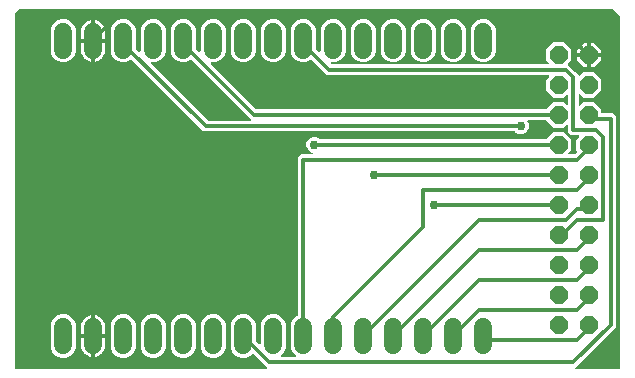
<source format=gbr>
G04 EAGLE Gerber RS-274X export*
G75*
%MOMM*%
%FSLAX34Y34*%
%LPD*%
%INBottom Copper*%
%IPPOS*%
%AMOC8*
5,1,8,0,0,1.08239X$1,22.5*%
G01*
%ADD10P,1.649562X8X292.500000*%
%ADD11C,1.524000*%
%ADD12C,0.304800*%
%ADD13C,0.756400*%

G36*
X222905Y10172D02*
X222905Y10172D01*
X222977Y10174D01*
X223026Y10192D01*
X223077Y10200D01*
X223141Y10234D01*
X223208Y10259D01*
X223249Y10291D01*
X223295Y10316D01*
X223344Y10368D01*
X223400Y10412D01*
X223428Y10456D01*
X223464Y10494D01*
X223494Y10559D01*
X223533Y10619D01*
X223546Y10670D01*
X223568Y10717D01*
X223576Y10788D01*
X223593Y10858D01*
X223589Y10910D01*
X223595Y10961D01*
X223580Y11032D01*
X223574Y11103D01*
X223554Y11151D01*
X223543Y11202D01*
X223506Y11263D01*
X223478Y11329D01*
X223433Y11385D01*
X223416Y11413D01*
X223399Y11428D01*
X223373Y11460D01*
X220629Y14204D01*
X211859Y22974D01*
X211843Y22986D01*
X211830Y23002D01*
X211743Y23058D01*
X211659Y23118D01*
X211640Y23124D01*
X211623Y23135D01*
X211523Y23160D01*
X211424Y23190D01*
X211404Y23190D01*
X211385Y23195D01*
X211282Y23187D01*
X211178Y23184D01*
X211159Y23177D01*
X211140Y23175D01*
X211045Y23135D01*
X210947Y23099D01*
X210931Y23087D01*
X210913Y23079D01*
X210782Y22974D01*
X209243Y21435D01*
X205322Y19811D01*
X201078Y19811D01*
X197157Y21435D01*
X194155Y24437D01*
X192531Y28358D01*
X192531Y47842D01*
X194155Y51763D01*
X197157Y54765D01*
X201078Y56389D01*
X205322Y56389D01*
X209243Y54765D01*
X212245Y51763D01*
X213869Y47842D01*
X213869Y34213D01*
X213883Y34123D01*
X213891Y34032D01*
X213903Y34003D01*
X213908Y33971D01*
X213951Y33890D01*
X213987Y33806D01*
X214013Y33774D01*
X214024Y33753D01*
X214047Y33731D01*
X214092Y33675D01*
X216632Y31135D01*
X216690Y31093D01*
X216742Y31044D01*
X216789Y31022D01*
X216831Y30992D01*
X216900Y30970D01*
X216965Y30940D01*
X217017Y30935D01*
X217067Y30919D01*
X217138Y30921D01*
X217209Y30913D01*
X217260Y30924D01*
X217312Y30926D01*
X217380Y30950D01*
X217450Y30965D01*
X217495Y30992D01*
X217543Y31010D01*
X217599Y31055D01*
X217661Y31092D01*
X217695Y31131D01*
X217735Y31164D01*
X217774Y31224D01*
X217821Y31278D01*
X217840Y31327D01*
X217868Y31371D01*
X217886Y31440D01*
X217913Y31507D01*
X217921Y31578D01*
X217929Y31609D01*
X217927Y31632D01*
X217931Y31673D01*
X217931Y47842D01*
X219555Y51763D01*
X222557Y54765D01*
X226478Y56389D01*
X230722Y56389D01*
X234643Y54765D01*
X237645Y51763D01*
X239269Y47842D01*
X239269Y28358D01*
X237645Y24437D01*
X234955Y21747D01*
X234913Y21689D01*
X234864Y21637D01*
X234842Y21590D01*
X234812Y21548D01*
X234791Y21479D01*
X234760Y21414D01*
X234755Y21362D01*
X234739Y21312D01*
X234741Y21241D01*
X234733Y21170D01*
X234744Y21119D01*
X234746Y21067D01*
X234770Y20999D01*
X234785Y20929D01*
X234812Y20884D01*
X234830Y20836D01*
X234875Y20780D01*
X234912Y20718D01*
X234951Y20684D01*
X234984Y20644D01*
X235044Y20605D01*
X235099Y20558D01*
X235147Y20539D01*
X235191Y20511D01*
X235260Y20493D01*
X235327Y20466D01*
X235398Y20458D01*
X235429Y20450D01*
X235452Y20452D01*
X235493Y20448D01*
X247107Y20448D01*
X247177Y20459D01*
X247249Y20461D01*
X247298Y20479D01*
X247349Y20487D01*
X247413Y20521D01*
X247480Y20546D01*
X247521Y20578D01*
X247567Y20603D01*
X247616Y20655D01*
X247672Y20699D01*
X247700Y20743D01*
X247736Y20781D01*
X247766Y20846D01*
X247805Y20906D01*
X247818Y20957D01*
X247840Y21004D01*
X247848Y21075D01*
X247865Y21145D01*
X247861Y21197D01*
X247867Y21248D01*
X247852Y21319D01*
X247846Y21390D01*
X247826Y21438D01*
X247815Y21489D01*
X247778Y21550D01*
X247750Y21616D01*
X247705Y21672D01*
X247688Y21700D01*
X247671Y21715D01*
X247645Y21747D01*
X244955Y24437D01*
X243331Y28358D01*
X243331Y47842D01*
X244955Y51763D01*
X247957Y54765D01*
X248957Y55179D01*
X249057Y55241D01*
X249157Y55301D01*
X249161Y55305D01*
X249166Y55309D01*
X249241Y55399D01*
X249317Y55487D01*
X249319Y55493D01*
X249323Y55498D01*
X249365Y55607D01*
X249409Y55716D01*
X249410Y55723D01*
X249411Y55728D01*
X249412Y55746D01*
X249427Y55882D01*
X249427Y189219D01*
X252106Y191898D01*
X261469Y191898D01*
X261565Y191913D01*
X261662Y191923D01*
X261686Y191933D01*
X261712Y191937D01*
X261798Y191983D01*
X261887Y192023D01*
X261906Y192040D01*
X261930Y192053D01*
X261997Y192123D01*
X262068Y192189D01*
X262081Y192212D01*
X262099Y192231D01*
X262140Y192319D01*
X262187Y192405D01*
X262192Y192430D01*
X262203Y192454D01*
X262213Y192551D01*
X262231Y192647D01*
X262227Y192673D01*
X262230Y192698D01*
X262209Y192794D01*
X262195Y192890D01*
X262183Y192913D01*
X262177Y192939D01*
X262127Y193022D01*
X262083Y193109D01*
X262065Y193128D01*
X262051Y193150D01*
X261977Y193213D01*
X261908Y193281D01*
X261879Y193297D01*
X261864Y193310D01*
X261834Y193322D01*
X261761Y193362D01*
X259656Y194234D01*
X257734Y196156D01*
X256694Y198666D01*
X256694Y201384D01*
X257734Y203894D01*
X259656Y205816D01*
X262166Y206856D01*
X264884Y206856D01*
X267394Y205816D01*
X268389Y204821D01*
X268463Y204768D01*
X268533Y204708D01*
X268563Y204696D01*
X268589Y204677D01*
X268676Y204650D01*
X268761Y204616D01*
X268802Y204612D01*
X268824Y204605D01*
X268856Y204606D01*
X268928Y204598D01*
X459795Y204598D01*
X459885Y204612D01*
X459976Y204620D01*
X460005Y204632D01*
X460037Y204637D01*
X460118Y204680D01*
X460202Y204716D01*
X460234Y204742D01*
X460255Y204753D01*
X460277Y204776D01*
X460333Y204821D01*
X465981Y210469D01*
X474819Y210469D01*
X481069Y204219D01*
X481069Y195381D01*
X478885Y193197D01*
X478843Y193139D01*
X478794Y193087D01*
X478772Y193040D01*
X478742Y192998D01*
X478720Y192929D01*
X478690Y192864D01*
X478685Y192812D01*
X478669Y192762D01*
X478671Y192691D01*
X478663Y192620D01*
X478674Y192569D01*
X478676Y192517D01*
X478700Y192449D01*
X478715Y192379D01*
X478742Y192334D01*
X478760Y192286D01*
X478805Y192230D01*
X478842Y192168D01*
X478881Y192134D01*
X478914Y192094D01*
X478974Y192055D01*
X479029Y192008D01*
X479077Y191989D01*
X479121Y191961D01*
X479190Y191943D01*
X479257Y191916D01*
X479328Y191908D01*
X479359Y191900D01*
X479382Y191902D01*
X479423Y191898D01*
X483566Y191898D01*
X483656Y191912D01*
X483747Y191920D01*
X483776Y191932D01*
X483808Y191937D01*
X483889Y191980D01*
X483973Y192016D01*
X484005Y192042D01*
X484026Y192053D01*
X484048Y192076D01*
X484104Y192121D01*
X485709Y193726D01*
X485721Y193742D01*
X485737Y193755D01*
X485793Y193842D01*
X485853Y193926D01*
X485859Y193945D01*
X485870Y193962D01*
X485895Y194062D01*
X485925Y194161D01*
X485925Y194181D01*
X485930Y194200D01*
X485922Y194303D01*
X485919Y194407D01*
X485912Y194426D01*
X485911Y194445D01*
X485870Y194540D01*
X485834Y194638D01*
X485822Y194654D01*
X485814Y194672D01*
X485709Y194803D01*
X485131Y195381D01*
X485131Y204219D01*
X487765Y206853D01*
X487807Y206911D01*
X487856Y206963D01*
X487878Y207010D01*
X487908Y207052D01*
X487930Y207121D01*
X487960Y207186D01*
X487965Y207238D01*
X487981Y207288D01*
X487979Y207359D01*
X487987Y207430D01*
X487976Y207481D01*
X487974Y207533D01*
X487950Y207601D01*
X487935Y207671D01*
X487908Y207716D01*
X487890Y207764D01*
X487845Y207820D01*
X487808Y207882D01*
X487769Y207916D01*
X487736Y207956D01*
X487676Y207995D01*
X487621Y208042D01*
X487573Y208061D01*
X487529Y208089D01*
X487460Y208107D01*
X487393Y208134D01*
X487322Y208142D01*
X487291Y208150D01*
X487268Y208148D01*
X487227Y208152D01*
X480706Y208152D01*
X478027Y210831D01*
X478027Y215902D01*
X478016Y215972D01*
X478014Y216044D01*
X477996Y216093D01*
X477988Y216144D01*
X477954Y216208D01*
X477929Y216275D01*
X477897Y216316D01*
X477872Y216362D01*
X477820Y216411D01*
X477776Y216467D01*
X477732Y216495D01*
X477694Y216531D01*
X477629Y216561D01*
X477569Y216600D01*
X477518Y216613D01*
X477471Y216635D01*
X477400Y216643D01*
X477330Y216660D01*
X477278Y216656D01*
X477227Y216662D01*
X477156Y216647D01*
X477085Y216641D01*
X477037Y216621D01*
X476986Y216610D01*
X476925Y216573D01*
X476859Y216545D01*
X476803Y216500D01*
X476775Y216483D01*
X476760Y216466D01*
X476728Y216440D01*
X474819Y214531D01*
X465981Y214531D01*
X459883Y220629D01*
X459809Y220682D01*
X459739Y220742D01*
X459709Y220754D01*
X459683Y220773D01*
X459596Y220800D01*
X459511Y220834D01*
X459470Y220838D01*
X459448Y220845D01*
X459416Y220844D01*
X459345Y220852D01*
X444632Y220852D01*
X444586Y220845D01*
X444540Y220847D01*
X444466Y220825D01*
X444389Y220813D01*
X444348Y220791D01*
X444304Y220778D01*
X444240Y220734D01*
X444171Y220697D01*
X444140Y220664D01*
X444102Y220638D01*
X444056Y220575D01*
X444002Y220519D01*
X443983Y220477D01*
X443955Y220441D01*
X443931Y220367D01*
X443898Y220296D01*
X443893Y220250D01*
X443879Y220207D01*
X443880Y220129D01*
X443871Y220052D01*
X443881Y220007D01*
X443881Y219961D01*
X443920Y219829D01*
X443924Y219811D01*
X443926Y219807D01*
X443928Y219800D01*
X444981Y217259D01*
X444981Y214541D01*
X443941Y212031D01*
X442019Y210109D01*
X439509Y209069D01*
X436791Y209069D01*
X434281Y210109D01*
X433286Y211104D01*
X433212Y211157D01*
X433142Y211217D01*
X433112Y211229D01*
X433086Y211248D01*
X432999Y211275D01*
X432914Y211309D01*
X432873Y211313D01*
X432851Y211320D01*
X432819Y211319D01*
X432747Y211327D01*
X169556Y211327D01*
X166654Y214229D01*
X109084Y271799D01*
X109068Y271811D01*
X109055Y271827D01*
X108968Y271883D01*
X108884Y271943D01*
X108865Y271949D01*
X108848Y271960D01*
X108748Y271985D01*
X108649Y272015D01*
X108629Y272015D01*
X108610Y272020D01*
X108507Y272012D01*
X108403Y272009D01*
X108384Y272002D01*
X108365Y272000D01*
X108270Y271960D01*
X108172Y271924D01*
X108156Y271912D01*
X108138Y271904D01*
X108007Y271799D01*
X107643Y271435D01*
X103722Y269811D01*
X99478Y269811D01*
X95557Y271435D01*
X92555Y274437D01*
X90931Y278358D01*
X90931Y297842D01*
X92555Y301763D01*
X95557Y304765D01*
X99478Y306389D01*
X103722Y306389D01*
X107643Y304765D01*
X110645Y301763D01*
X112269Y297842D01*
X112269Y281863D01*
X112283Y281773D01*
X112291Y281682D01*
X112303Y281653D01*
X112308Y281621D01*
X112351Y281540D01*
X112387Y281456D01*
X112413Y281424D01*
X112424Y281403D01*
X112447Y281381D01*
X112492Y281325D01*
X115032Y278785D01*
X115090Y278743D01*
X115142Y278694D01*
X115189Y278672D01*
X115231Y278642D01*
X115300Y278620D01*
X115365Y278590D01*
X115417Y278585D01*
X115467Y278569D01*
X115538Y278571D01*
X115609Y278563D01*
X115660Y278574D01*
X115712Y278576D01*
X115780Y278600D01*
X115850Y278615D01*
X115895Y278642D01*
X115943Y278660D01*
X115999Y278705D01*
X116061Y278742D01*
X116095Y278781D01*
X116135Y278814D01*
X116174Y278874D01*
X116221Y278928D01*
X116240Y278977D01*
X116268Y279021D01*
X116286Y279090D01*
X116313Y279157D01*
X116321Y279228D01*
X116329Y279259D01*
X116327Y279282D01*
X116331Y279323D01*
X116331Y297842D01*
X117955Y301763D01*
X120957Y304765D01*
X124878Y306389D01*
X129122Y306389D01*
X133043Y304765D01*
X136045Y301763D01*
X137669Y297842D01*
X137669Y278358D01*
X136045Y274437D01*
X133043Y271435D01*
X129122Y269811D01*
X125843Y269811D01*
X125773Y269800D01*
X125701Y269798D01*
X125652Y269780D01*
X125601Y269772D01*
X125537Y269738D01*
X125470Y269713D01*
X125429Y269681D01*
X125383Y269656D01*
X125334Y269604D01*
X125278Y269560D01*
X125250Y269516D01*
X125214Y269478D01*
X125184Y269413D01*
X125145Y269353D01*
X125132Y269302D01*
X125110Y269255D01*
X125102Y269184D01*
X125085Y269114D01*
X125089Y269062D01*
X125083Y269011D01*
X125098Y268940D01*
X125104Y268869D01*
X125124Y268821D01*
X125135Y268770D01*
X125172Y268709D01*
X125200Y268643D01*
X125245Y268587D01*
X125262Y268559D01*
X125279Y268544D01*
X125305Y268512D01*
X173121Y220696D01*
X173195Y220643D01*
X173265Y220583D01*
X173295Y220571D01*
X173321Y220552D01*
X173408Y220525D01*
X173493Y220491D01*
X173534Y220487D01*
X173556Y220480D01*
X173588Y220481D01*
X173659Y220473D01*
X209373Y220473D01*
X209443Y220484D01*
X209515Y220486D01*
X209564Y220504D01*
X209615Y220512D01*
X209679Y220546D01*
X209746Y220571D01*
X209787Y220603D01*
X209833Y220628D01*
X209882Y220680D01*
X209938Y220724D01*
X209966Y220768D01*
X210002Y220806D01*
X210032Y220871D01*
X210071Y220931D01*
X210084Y220982D01*
X210106Y221029D01*
X210114Y221100D01*
X210131Y221170D01*
X210127Y221222D01*
X210133Y221273D01*
X210118Y221344D01*
X210112Y221415D01*
X210092Y221463D01*
X210081Y221514D01*
X210044Y221575D01*
X210016Y221641D01*
X209971Y221697D01*
X209954Y221725D01*
X209937Y221740D01*
X209911Y221772D01*
X207929Y223754D01*
X159884Y271799D01*
X159868Y271811D01*
X159855Y271827D01*
X159768Y271883D01*
X159684Y271943D01*
X159665Y271949D01*
X159648Y271960D01*
X159548Y271985D01*
X159449Y272015D01*
X159429Y272015D01*
X159410Y272020D01*
X159307Y272012D01*
X159203Y272009D01*
X159184Y272002D01*
X159165Y272000D01*
X159070Y271960D01*
X158972Y271924D01*
X158956Y271912D01*
X158938Y271904D01*
X158807Y271799D01*
X158443Y271435D01*
X154522Y269811D01*
X150278Y269811D01*
X146357Y271435D01*
X143355Y274437D01*
X141731Y278358D01*
X141731Y297842D01*
X143355Y301763D01*
X146357Y304765D01*
X150278Y306389D01*
X154522Y306389D01*
X158443Y304765D01*
X161445Y301763D01*
X163069Y297842D01*
X163069Y281863D01*
X163083Y281773D01*
X163091Y281682D01*
X163103Y281653D01*
X163108Y281621D01*
X163151Y281540D01*
X163187Y281456D01*
X163213Y281424D01*
X163224Y281403D01*
X163247Y281381D01*
X163292Y281325D01*
X165832Y278785D01*
X165890Y278743D01*
X165942Y278694D01*
X165989Y278672D01*
X166031Y278642D01*
X166100Y278620D01*
X166165Y278590D01*
X166217Y278585D01*
X166267Y278569D01*
X166338Y278571D01*
X166409Y278563D01*
X166460Y278574D01*
X166512Y278576D01*
X166580Y278600D01*
X166650Y278615D01*
X166695Y278642D01*
X166743Y278660D01*
X166799Y278705D01*
X166861Y278742D01*
X166895Y278781D01*
X166935Y278814D01*
X166974Y278874D01*
X167021Y278928D01*
X167040Y278977D01*
X167068Y279021D01*
X167086Y279090D01*
X167113Y279157D01*
X167121Y279228D01*
X167129Y279259D01*
X167127Y279282D01*
X167131Y279323D01*
X167131Y297842D01*
X168755Y301763D01*
X171757Y304765D01*
X175678Y306389D01*
X179922Y306389D01*
X183843Y304765D01*
X186845Y301763D01*
X188469Y297842D01*
X188469Y278358D01*
X186845Y274437D01*
X183843Y271435D01*
X179922Y269811D01*
X176643Y269811D01*
X176573Y269800D01*
X176501Y269798D01*
X176452Y269780D01*
X176401Y269772D01*
X176337Y269738D01*
X176270Y269713D01*
X176229Y269681D01*
X176183Y269656D01*
X176134Y269604D01*
X176078Y269560D01*
X176050Y269516D01*
X176014Y269478D01*
X175984Y269413D01*
X175945Y269353D01*
X175932Y269302D01*
X175910Y269255D01*
X175902Y269184D01*
X175885Y269114D01*
X175889Y269062D01*
X175883Y269011D01*
X175898Y268940D01*
X175904Y268869D01*
X175924Y268821D01*
X175935Y268770D01*
X175972Y268709D01*
X176000Y268643D01*
X176045Y268587D01*
X176062Y268559D01*
X176079Y268544D01*
X176105Y268512D01*
X214396Y230221D01*
X214470Y230168D01*
X214540Y230108D01*
X214570Y230096D01*
X214596Y230077D01*
X214683Y230050D01*
X214768Y230016D01*
X214809Y230012D01*
X214831Y230005D01*
X214863Y230006D01*
X214934Y229998D01*
X459795Y229998D01*
X459885Y230012D01*
X459976Y230020D01*
X460005Y230032D01*
X460037Y230037D01*
X460118Y230080D01*
X460202Y230116D01*
X460234Y230142D01*
X460255Y230153D01*
X460277Y230176D01*
X460333Y230221D01*
X465981Y235869D01*
X474819Y235869D01*
X476728Y233960D01*
X476786Y233918D01*
X476838Y233869D01*
X476885Y233847D01*
X476927Y233817D01*
X476996Y233795D01*
X477061Y233765D01*
X477113Y233760D01*
X477163Y233744D01*
X477234Y233746D01*
X477305Y233738D01*
X477356Y233749D01*
X477408Y233751D01*
X477476Y233775D01*
X477546Y233790D01*
X477591Y233817D01*
X477639Y233835D01*
X477695Y233880D01*
X477757Y233917D01*
X477791Y233956D01*
X477831Y233989D01*
X477870Y234049D01*
X477917Y234104D01*
X477936Y234152D01*
X477964Y234196D01*
X477982Y234265D01*
X478009Y234332D01*
X478017Y234403D01*
X478025Y234434D01*
X478023Y234457D01*
X478027Y234498D01*
X478027Y241302D01*
X478016Y241372D01*
X478014Y241444D01*
X477996Y241493D01*
X477988Y241544D01*
X477954Y241608D01*
X477929Y241675D01*
X477897Y241716D01*
X477872Y241762D01*
X477820Y241811D01*
X477776Y241867D01*
X477732Y241895D01*
X477694Y241931D01*
X477629Y241961D01*
X477569Y242000D01*
X477518Y242013D01*
X477471Y242035D01*
X477400Y242043D01*
X477330Y242060D01*
X477278Y242056D01*
X477227Y242062D01*
X477156Y242047D01*
X477085Y242041D01*
X477037Y242021D01*
X476986Y242010D01*
X476925Y241973D01*
X476859Y241945D01*
X476803Y241900D01*
X476775Y241883D01*
X476760Y241866D01*
X476728Y241840D01*
X474819Y239931D01*
X465981Y239931D01*
X459731Y246181D01*
X459731Y255019D01*
X462365Y257653D01*
X462407Y257711D01*
X462456Y257763D01*
X462478Y257810D01*
X462508Y257852D01*
X462530Y257921D01*
X462560Y257986D01*
X462565Y258038D01*
X462581Y258088D01*
X462579Y258159D01*
X462587Y258230D01*
X462576Y258281D01*
X462574Y258333D01*
X462550Y258401D01*
X462535Y258471D01*
X462508Y258516D01*
X462490Y258564D01*
X462445Y258620D01*
X462408Y258682D01*
X462369Y258716D01*
X462336Y258756D01*
X462276Y258795D01*
X462221Y258842D01*
X462173Y258861D01*
X462129Y258889D01*
X462060Y258907D01*
X461993Y258934D01*
X461922Y258942D01*
X461891Y258950D01*
X461868Y258948D01*
X461827Y258952D01*
X274331Y258952D01*
X261484Y271799D01*
X261468Y271811D01*
X261455Y271827D01*
X261368Y271883D01*
X261284Y271943D01*
X261265Y271949D01*
X261248Y271960D01*
X261148Y271985D01*
X261049Y272015D01*
X261029Y272015D01*
X261010Y272020D01*
X260907Y272012D01*
X260803Y272009D01*
X260784Y272002D01*
X260764Y272000D01*
X260670Y271960D01*
X260572Y271924D01*
X260556Y271912D01*
X260538Y271904D01*
X260407Y271799D01*
X260043Y271435D01*
X256122Y269811D01*
X251878Y269811D01*
X247957Y271435D01*
X244955Y274437D01*
X243331Y278358D01*
X243331Y297842D01*
X244955Y301763D01*
X247957Y304765D01*
X251878Y306389D01*
X256122Y306389D01*
X260043Y304765D01*
X263045Y301763D01*
X264669Y297842D01*
X264669Y281863D01*
X264683Y281773D01*
X264691Y281682D01*
X264703Y281653D01*
X264708Y281621D01*
X264751Y281540D01*
X264787Y281456D01*
X264813Y281424D01*
X264824Y281403D01*
X264847Y281381D01*
X264892Y281325D01*
X267432Y278785D01*
X267490Y278743D01*
X267542Y278694D01*
X267589Y278672D01*
X267631Y278642D01*
X267700Y278620D01*
X267765Y278590D01*
X267817Y278585D01*
X267867Y278569D01*
X267938Y278571D01*
X268009Y278563D01*
X268060Y278574D01*
X268112Y278576D01*
X268180Y278600D01*
X268250Y278615D01*
X268295Y278642D01*
X268343Y278660D01*
X268399Y278705D01*
X268461Y278742D01*
X268495Y278781D01*
X268535Y278814D01*
X268574Y278874D01*
X268621Y278928D01*
X268640Y278977D01*
X268668Y279021D01*
X268686Y279090D01*
X268713Y279157D01*
X268721Y279228D01*
X268729Y279259D01*
X268727Y279282D01*
X268731Y279323D01*
X268731Y297842D01*
X270355Y301763D01*
X273357Y304765D01*
X277278Y306389D01*
X281522Y306389D01*
X285443Y304765D01*
X288445Y301763D01*
X290069Y297842D01*
X290069Y278358D01*
X288445Y274437D01*
X285443Y271435D01*
X281522Y269811D01*
X278243Y269811D01*
X278173Y269800D01*
X278101Y269798D01*
X278052Y269780D01*
X278001Y269772D01*
X277937Y269738D01*
X277870Y269713D01*
X277829Y269681D01*
X277783Y269656D01*
X277734Y269604D01*
X277678Y269560D01*
X277650Y269516D01*
X277614Y269478D01*
X277584Y269413D01*
X277545Y269353D01*
X277532Y269302D01*
X277510Y269255D01*
X277502Y269184D01*
X277485Y269114D01*
X277489Y269062D01*
X277483Y269011D01*
X277498Y268940D01*
X277504Y268869D01*
X277524Y268821D01*
X277535Y268770D01*
X277572Y268709D01*
X277600Y268643D01*
X277645Y268587D01*
X277662Y268559D01*
X277679Y268544D01*
X277705Y268512D01*
X277896Y268321D01*
X277970Y268267D01*
X278040Y268208D01*
X278070Y268196D01*
X278096Y268177D01*
X278183Y268150D01*
X278268Y268116D01*
X278309Y268112D01*
X278331Y268105D01*
X278363Y268106D01*
X278434Y268098D01*
X461377Y268098D01*
X461447Y268109D01*
X461519Y268111D01*
X461568Y268129D01*
X461619Y268137D01*
X461683Y268171D01*
X461750Y268196D01*
X461791Y268228D01*
X461837Y268253D01*
X461886Y268305D01*
X461942Y268349D01*
X461970Y268393D01*
X462006Y268431D01*
X462036Y268496D01*
X462075Y268556D01*
X462088Y268607D01*
X462110Y268654D01*
X462118Y268725D01*
X462135Y268795D01*
X462131Y268847D01*
X462137Y268898D01*
X462122Y268969D01*
X462116Y269040D01*
X462096Y269088D01*
X462085Y269139D01*
X462048Y269200D01*
X462020Y269266D01*
X461975Y269322D01*
X461958Y269350D01*
X461941Y269365D01*
X461915Y269397D01*
X459731Y271581D01*
X459731Y280419D01*
X465981Y286669D01*
X474819Y286669D01*
X481069Y280419D01*
X481069Y271581D01*
X478403Y268915D01*
X478391Y268899D01*
X478376Y268887D01*
X478320Y268799D01*
X478260Y268716D01*
X478254Y268697D01*
X478243Y268680D01*
X478218Y268579D01*
X478187Y268480D01*
X478188Y268461D01*
X478183Y268441D01*
X478191Y268338D01*
X478194Y268235D01*
X478200Y268216D01*
X478202Y268196D01*
X478242Y268101D01*
X478278Y268004D01*
X478291Y267988D01*
X478298Y267970D01*
X478403Y267839D01*
X484271Y261971D01*
X487173Y259069D01*
X487173Y258898D01*
X487184Y258828D01*
X487186Y258756D01*
X487204Y258707D01*
X487212Y258656D01*
X487246Y258592D01*
X487271Y258525D01*
X487303Y258484D01*
X487328Y258438D01*
X487380Y258389D01*
X487424Y258333D01*
X487468Y258305D01*
X487506Y258269D01*
X487571Y258239D01*
X487631Y258200D01*
X487682Y258187D01*
X487729Y258165D01*
X487800Y258157D01*
X487870Y258140D01*
X487922Y258144D01*
X487973Y258138D01*
X488044Y258153D01*
X488115Y258159D01*
X488163Y258179D01*
X488214Y258190D01*
X488275Y258227D01*
X488341Y258255D01*
X488397Y258300D01*
X488425Y258317D01*
X488440Y258334D01*
X488472Y258360D01*
X491381Y261269D01*
X500219Y261269D01*
X506469Y255019D01*
X506469Y246181D01*
X500219Y239931D01*
X491381Y239931D01*
X488472Y242840D01*
X488414Y242882D01*
X488362Y242931D01*
X488315Y242953D01*
X488273Y242983D01*
X488204Y243005D01*
X488139Y243035D01*
X488087Y243040D01*
X488037Y243056D01*
X487966Y243054D01*
X487895Y243062D01*
X487844Y243051D01*
X487792Y243049D01*
X487724Y243025D01*
X487654Y243010D01*
X487609Y242983D01*
X487561Y242965D01*
X487505Y242920D01*
X487443Y242883D01*
X487409Y242844D01*
X487369Y242811D01*
X487330Y242751D01*
X487283Y242696D01*
X487264Y242648D01*
X487236Y242604D01*
X487218Y242535D01*
X487191Y242468D01*
X487183Y242397D01*
X487175Y242366D01*
X487177Y242343D01*
X487173Y242302D01*
X487173Y233498D01*
X487184Y233428D01*
X487186Y233356D01*
X487204Y233307D01*
X487212Y233256D01*
X487246Y233192D01*
X487271Y233125D01*
X487303Y233084D01*
X487328Y233038D01*
X487380Y232989D01*
X487424Y232933D01*
X487468Y232905D01*
X487506Y232869D01*
X487571Y232839D01*
X487631Y232800D01*
X487682Y232787D01*
X487729Y232765D01*
X487800Y232757D01*
X487870Y232740D01*
X487922Y232744D01*
X487973Y232738D01*
X488044Y232753D01*
X488115Y232759D01*
X488163Y232779D01*
X488214Y232790D01*
X488275Y232827D01*
X488341Y232855D01*
X488397Y232900D01*
X488425Y232917D01*
X488440Y232934D01*
X488472Y232960D01*
X491381Y235869D01*
X500219Y235869D01*
X506469Y229619D01*
X506469Y227584D01*
X506472Y227564D01*
X506470Y227545D01*
X506492Y227443D01*
X506508Y227341D01*
X506518Y227324D01*
X506522Y227304D01*
X506575Y227215D01*
X506624Y227124D01*
X506638Y227110D01*
X506648Y227093D01*
X506727Y227026D01*
X506802Y226954D01*
X506820Y226946D01*
X506835Y226933D01*
X506931Y226894D01*
X507025Y226851D01*
X507045Y226849D01*
X507063Y226841D01*
X507230Y226823D01*
X516244Y226823D01*
X518923Y224144D01*
X518923Y45731D01*
X516021Y42829D01*
X484652Y11460D01*
X484610Y11402D01*
X484561Y11350D01*
X484539Y11303D01*
X484509Y11261D01*
X484487Y11192D01*
X484457Y11127D01*
X484451Y11075D01*
X484436Y11025D01*
X484438Y10954D01*
X484430Y10883D01*
X484441Y10832D01*
X484443Y10780D01*
X484467Y10712D01*
X484482Y10642D01*
X484509Y10597D01*
X484527Y10549D01*
X484572Y10493D01*
X484609Y10431D01*
X484648Y10397D01*
X484681Y10357D01*
X484741Y10318D01*
X484795Y10271D01*
X484844Y10252D01*
X484888Y10224D01*
X484957Y10206D01*
X485024Y10179D01*
X485095Y10171D01*
X485126Y10163D01*
X485149Y10165D01*
X485190Y10161D01*
X521378Y10161D01*
X521398Y10164D01*
X521417Y10162D01*
X521519Y10184D01*
X521621Y10200D01*
X521638Y10210D01*
X521658Y10214D01*
X521747Y10267D01*
X521838Y10316D01*
X521852Y10330D01*
X521869Y10340D01*
X521936Y10419D01*
X522008Y10494D01*
X522016Y10512D01*
X522029Y10527D01*
X522068Y10623D01*
X522111Y10717D01*
X522113Y10737D01*
X522121Y10755D01*
X522139Y10922D01*
X522139Y308622D01*
X522125Y308712D01*
X522117Y308803D01*
X522105Y308833D01*
X522100Y308865D01*
X522057Y308945D01*
X522021Y309029D01*
X521995Y309061D01*
X521984Y309082D01*
X521961Y309104D01*
X521916Y309160D01*
X516560Y314516D01*
X516486Y314569D01*
X516417Y314629D01*
X516387Y314641D01*
X516361Y314660D01*
X516274Y314687D01*
X516189Y314721D01*
X516148Y314725D01*
X516125Y314732D01*
X516093Y314731D01*
X516022Y314739D01*
X13978Y314739D01*
X13888Y314725D01*
X13797Y314717D01*
X13767Y314705D01*
X13735Y314700D01*
X13655Y314657D01*
X13571Y314621D01*
X13539Y314595D01*
X13518Y314584D01*
X13496Y314561D01*
X13440Y314516D01*
X10384Y311460D01*
X10331Y311386D01*
X10271Y311317D01*
X10259Y311287D01*
X10240Y311261D01*
X10213Y311174D01*
X10179Y311089D01*
X10175Y311048D01*
X10168Y311025D01*
X10169Y310993D01*
X10161Y310922D01*
X10161Y10922D01*
X10164Y10902D01*
X10162Y10883D01*
X10184Y10781D01*
X10200Y10679D01*
X10210Y10662D01*
X10214Y10642D01*
X10267Y10553D01*
X10316Y10462D01*
X10330Y10448D01*
X10340Y10431D01*
X10419Y10364D01*
X10494Y10292D01*
X10512Y10284D01*
X10527Y10271D01*
X10623Y10232D01*
X10717Y10189D01*
X10737Y10187D01*
X10755Y10179D01*
X10922Y10161D01*
X222835Y10161D01*
X222905Y10172D01*
G37*
%LPC*%
G36*
X302678Y269811D02*
X302678Y269811D01*
X298757Y271435D01*
X295755Y274437D01*
X294131Y278358D01*
X294131Y297842D01*
X295755Y301763D01*
X298757Y304765D01*
X302678Y306389D01*
X306922Y306389D01*
X310843Y304765D01*
X313845Y301763D01*
X315469Y297842D01*
X315469Y278358D01*
X313845Y274437D01*
X310843Y271435D01*
X306922Y269811D01*
X302678Y269811D01*
G37*
%LPD*%
%LPC*%
G36*
X226478Y269811D02*
X226478Y269811D01*
X222557Y271435D01*
X219555Y274437D01*
X217931Y278358D01*
X217931Y297842D01*
X219555Y301763D01*
X222557Y304765D01*
X226478Y306389D01*
X230722Y306389D01*
X234643Y304765D01*
X237645Y301763D01*
X239269Y297842D01*
X239269Y278358D01*
X237645Y274437D01*
X234643Y271435D01*
X230722Y269811D01*
X226478Y269811D01*
G37*
%LPD*%
%LPC*%
G36*
X328078Y269811D02*
X328078Y269811D01*
X324157Y271435D01*
X321155Y274437D01*
X319531Y278358D01*
X319531Y297842D01*
X321155Y301763D01*
X324157Y304765D01*
X328078Y306389D01*
X332322Y306389D01*
X336243Y304765D01*
X339245Y301763D01*
X340869Y297842D01*
X340869Y278358D01*
X339245Y274437D01*
X336243Y271435D01*
X332322Y269811D01*
X328078Y269811D01*
G37*
%LPD*%
%LPC*%
G36*
X353478Y269811D02*
X353478Y269811D01*
X349557Y271435D01*
X346555Y274437D01*
X344931Y278358D01*
X344931Y297842D01*
X346555Y301763D01*
X349557Y304765D01*
X353478Y306389D01*
X357722Y306389D01*
X361643Y304765D01*
X364645Y301763D01*
X366269Y297842D01*
X366269Y278358D01*
X364645Y274437D01*
X361643Y271435D01*
X357722Y269811D01*
X353478Y269811D01*
G37*
%LPD*%
%LPC*%
G36*
X201078Y269811D02*
X201078Y269811D01*
X197157Y271435D01*
X194155Y274437D01*
X192531Y278358D01*
X192531Y297842D01*
X194155Y301763D01*
X197157Y304765D01*
X201078Y306389D01*
X205322Y306389D01*
X209243Y304765D01*
X212245Y301763D01*
X213869Y297842D01*
X213869Y278358D01*
X212245Y274437D01*
X209243Y271435D01*
X205322Y269811D01*
X201078Y269811D01*
G37*
%LPD*%
%LPC*%
G36*
X48678Y269811D02*
X48678Y269811D01*
X44757Y271435D01*
X41755Y274437D01*
X40131Y278358D01*
X40131Y297842D01*
X41755Y301763D01*
X44757Y304765D01*
X48678Y306389D01*
X52922Y306389D01*
X56843Y304765D01*
X59845Y301763D01*
X61469Y297842D01*
X61469Y278358D01*
X59845Y274437D01*
X56843Y271435D01*
X52922Y269811D01*
X48678Y269811D01*
G37*
%LPD*%
%LPC*%
G36*
X378878Y269811D02*
X378878Y269811D01*
X374957Y271435D01*
X371955Y274437D01*
X370331Y278358D01*
X370331Y297842D01*
X371955Y301763D01*
X374957Y304765D01*
X378878Y306389D01*
X383122Y306389D01*
X387043Y304765D01*
X390045Y301763D01*
X391669Y297842D01*
X391669Y278358D01*
X390045Y274437D01*
X387043Y271435D01*
X383122Y269811D01*
X378878Y269811D01*
G37*
%LPD*%
%LPC*%
G36*
X404278Y269811D02*
X404278Y269811D01*
X400357Y271435D01*
X397355Y274437D01*
X395731Y278358D01*
X395731Y297842D01*
X397355Y301763D01*
X400357Y304765D01*
X404278Y306389D01*
X408522Y306389D01*
X412443Y304765D01*
X415445Y301763D01*
X417069Y297842D01*
X417069Y278358D01*
X415445Y274437D01*
X412443Y271435D01*
X408522Y269811D01*
X404278Y269811D01*
G37*
%LPD*%
%LPC*%
G36*
X175678Y19811D02*
X175678Y19811D01*
X171757Y21435D01*
X168755Y24437D01*
X167131Y28358D01*
X167131Y47842D01*
X168755Y51763D01*
X171757Y54765D01*
X175678Y56389D01*
X179922Y56389D01*
X183843Y54765D01*
X186845Y51763D01*
X188469Y47842D01*
X188469Y28358D01*
X186845Y24437D01*
X183843Y21435D01*
X179922Y19811D01*
X175678Y19811D01*
G37*
%LPD*%
%LPC*%
G36*
X150278Y19811D02*
X150278Y19811D01*
X146357Y21435D01*
X143355Y24437D01*
X141731Y28358D01*
X141731Y47842D01*
X143355Y51763D01*
X146357Y54765D01*
X150278Y56389D01*
X154522Y56389D01*
X158443Y54765D01*
X161445Y51763D01*
X163069Y47842D01*
X163069Y28358D01*
X161445Y24437D01*
X158443Y21435D01*
X154522Y19811D01*
X150278Y19811D01*
G37*
%LPD*%
%LPC*%
G36*
X124878Y19811D02*
X124878Y19811D01*
X120957Y21435D01*
X117955Y24437D01*
X116331Y28358D01*
X116331Y47842D01*
X117955Y51763D01*
X120957Y54765D01*
X124878Y56389D01*
X129122Y56389D01*
X133043Y54765D01*
X136045Y51763D01*
X137669Y47842D01*
X137669Y28358D01*
X136045Y24437D01*
X133043Y21435D01*
X129122Y19811D01*
X124878Y19811D01*
G37*
%LPD*%
%LPC*%
G36*
X99478Y19811D02*
X99478Y19811D01*
X95557Y21435D01*
X92555Y24437D01*
X90931Y28358D01*
X90931Y47842D01*
X92555Y51763D01*
X95557Y54765D01*
X99478Y56389D01*
X103722Y56389D01*
X107643Y54765D01*
X110645Y51763D01*
X112269Y47842D01*
X112269Y28358D01*
X110645Y24437D01*
X107643Y21435D01*
X103722Y19811D01*
X99478Y19811D01*
G37*
%LPD*%
%LPC*%
G36*
X48678Y19811D02*
X48678Y19811D01*
X44757Y21435D01*
X41755Y24437D01*
X40131Y28358D01*
X40131Y47842D01*
X41755Y51763D01*
X44757Y54765D01*
X48678Y56389D01*
X52922Y56389D01*
X56843Y54765D01*
X59845Y51763D01*
X61469Y47842D01*
X61469Y28358D01*
X59845Y24437D01*
X56843Y21435D01*
X52922Y19811D01*
X48678Y19811D01*
G37*
%LPD*%
%LPC*%
G36*
X77723Y289623D02*
X77723Y289623D01*
X77723Y305766D01*
X78579Y305631D01*
X80100Y305136D01*
X81525Y304410D01*
X82819Y303470D01*
X83950Y302339D01*
X84890Y301045D01*
X85616Y299620D01*
X86111Y298099D01*
X86361Y296520D01*
X86361Y289623D01*
X77723Y289623D01*
G37*
%LPD*%
%LPC*%
G36*
X77723Y39623D02*
X77723Y39623D01*
X77723Y55766D01*
X78579Y55631D01*
X80100Y55136D01*
X81525Y54410D01*
X82819Y53470D01*
X83950Y52339D01*
X84890Y51045D01*
X85616Y49620D01*
X86111Y48099D01*
X86361Y46520D01*
X86361Y39623D01*
X77723Y39623D01*
G37*
%LPD*%
%LPC*%
G36*
X77723Y286577D02*
X77723Y286577D01*
X86361Y286577D01*
X86361Y279680D01*
X86111Y278101D01*
X85616Y276580D01*
X84890Y275155D01*
X83950Y273861D01*
X82819Y272730D01*
X81525Y271790D01*
X80100Y271064D01*
X78579Y270569D01*
X77723Y270434D01*
X77723Y286577D01*
G37*
%LPD*%
%LPC*%
G36*
X77723Y36577D02*
X77723Y36577D01*
X86361Y36577D01*
X86361Y29680D01*
X86111Y28101D01*
X85616Y26580D01*
X84890Y25155D01*
X83950Y23861D01*
X82819Y22730D01*
X81525Y21790D01*
X80100Y21064D01*
X78579Y20569D01*
X77723Y20434D01*
X77723Y36577D01*
G37*
%LPD*%
%LPC*%
G36*
X66039Y289623D02*
X66039Y289623D01*
X66039Y296520D01*
X66289Y298099D01*
X66784Y299620D01*
X67510Y301045D01*
X68450Y302339D01*
X69581Y303470D01*
X70875Y304410D01*
X72300Y305136D01*
X73821Y305631D01*
X74677Y305766D01*
X74677Y289623D01*
X66039Y289623D01*
G37*
%LPD*%
%LPC*%
G36*
X66039Y39623D02*
X66039Y39623D01*
X66039Y46520D01*
X66289Y48099D01*
X66784Y49620D01*
X67510Y51045D01*
X68450Y52339D01*
X69581Y53470D01*
X70875Y54410D01*
X72300Y55136D01*
X73821Y55631D01*
X74677Y55766D01*
X74677Y39623D01*
X66039Y39623D01*
G37*
%LPD*%
%LPC*%
G36*
X73821Y270569D02*
X73821Y270569D01*
X72300Y271064D01*
X70875Y271790D01*
X69581Y272730D01*
X68450Y273861D01*
X67510Y275155D01*
X66784Y276580D01*
X66289Y278101D01*
X66039Y279680D01*
X66039Y286577D01*
X74677Y286577D01*
X74677Y270434D01*
X73821Y270569D01*
G37*
%LPD*%
%LPC*%
G36*
X73821Y20569D02*
X73821Y20569D01*
X72300Y21064D01*
X70875Y21790D01*
X69581Y22730D01*
X68450Y23861D01*
X67510Y25155D01*
X66784Y26580D01*
X66289Y28101D01*
X66039Y29680D01*
X66039Y36577D01*
X74677Y36577D01*
X74677Y20434D01*
X73821Y20569D01*
G37*
%LPD*%
%LPC*%
G36*
X497323Y277523D02*
X497323Y277523D01*
X497323Y286161D01*
X500009Y286161D01*
X505961Y280209D01*
X505961Y277523D01*
X497323Y277523D01*
G37*
%LPD*%
%LPC*%
G36*
X497323Y274477D02*
X497323Y274477D01*
X505961Y274477D01*
X505961Y271791D01*
X500009Y265839D01*
X497323Y265839D01*
X497323Y274477D01*
G37*
%LPD*%
%LPC*%
G36*
X485639Y277523D02*
X485639Y277523D01*
X485639Y280209D01*
X491591Y286161D01*
X494277Y286161D01*
X494277Y277523D01*
X485639Y277523D01*
G37*
%LPD*%
%LPC*%
G36*
X491591Y265839D02*
X491591Y265839D01*
X485639Y271791D01*
X485639Y274477D01*
X494277Y274477D01*
X494277Y265839D01*
X491591Y265839D01*
G37*
%LPD*%
%LPC*%
G36*
X76199Y288099D02*
X76199Y288099D01*
X76199Y288101D01*
X76201Y288101D01*
X76201Y288099D01*
X76199Y288099D01*
G37*
%LPD*%
%LPC*%
G36*
X495799Y275999D02*
X495799Y275999D01*
X495799Y276001D01*
X495801Y276001D01*
X495801Y275999D01*
X495799Y275999D01*
G37*
%LPD*%
%LPC*%
G36*
X76199Y38099D02*
X76199Y38099D01*
X76199Y38101D01*
X76201Y38101D01*
X76201Y38099D01*
X76199Y38099D01*
G37*
%LPD*%
D10*
X470400Y276000D03*
X495800Y276000D03*
X470400Y250600D03*
X495800Y250600D03*
X470400Y225200D03*
X495800Y225200D03*
X470400Y199800D03*
X495800Y199800D03*
X470400Y174400D03*
X495800Y174400D03*
X470400Y149000D03*
X495800Y149000D03*
X470400Y123600D03*
X495800Y123600D03*
X470400Y98200D03*
X495800Y98200D03*
X470400Y72800D03*
X495800Y72800D03*
X470400Y47400D03*
X495800Y47400D03*
D11*
X50800Y280480D02*
X50800Y295720D01*
X76200Y295720D02*
X76200Y280480D01*
X101600Y280480D02*
X101600Y295720D01*
X127000Y295720D02*
X127000Y280480D01*
X152400Y280480D02*
X152400Y295720D01*
X177800Y295720D02*
X177800Y280480D01*
X203200Y280480D02*
X203200Y295720D01*
X228600Y295720D02*
X228600Y280480D01*
X254000Y280480D02*
X254000Y295720D01*
X279400Y295720D02*
X279400Y280480D01*
X304800Y280480D02*
X304800Y295720D01*
X330200Y295720D02*
X330200Y280480D01*
X355600Y280480D02*
X355600Y295720D01*
X381000Y295720D02*
X381000Y280480D01*
X406400Y280480D02*
X406400Y295720D01*
X50800Y45720D02*
X50800Y30480D01*
X76200Y30480D02*
X76200Y45720D01*
X101600Y45720D02*
X101600Y30480D01*
X127000Y30480D02*
X127000Y45720D01*
X152400Y45720D02*
X152400Y30480D01*
X177800Y30480D02*
X177800Y45720D01*
X203200Y45720D02*
X203200Y30480D01*
X228600Y30480D02*
X228600Y45720D01*
X254000Y45720D02*
X254000Y30480D01*
X279400Y30480D02*
X279400Y45720D01*
X304800Y45720D02*
X304800Y30480D01*
X330200Y30480D02*
X330200Y45720D01*
X355600Y45720D02*
X355600Y30480D01*
X381000Y30480D02*
X381000Y45720D01*
X406400Y45720D02*
X406400Y30480D01*
D12*
X225425Y15875D02*
X203200Y38100D01*
X225425Y15875D02*
X482600Y15875D01*
X514350Y47625D01*
X514350Y222250D01*
X498475Y222250D01*
X495800Y225200D01*
X254000Y187325D02*
X254000Y38100D01*
X254000Y187325D02*
X485775Y187325D01*
X495300Y196850D01*
X495800Y199800D01*
X279400Y53975D02*
X279400Y38100D01*
X279400Y53975D02*
X355600Y130175D01*
X355600Y161925D01*
X485775Y161925D01*
X495300Y171450D01*
X495800Y174400D01*
X403225Y136525D02*
X304800Y38100D01*
X403225Y136525D02*
X476250Y136525D01*
X485775Y146050D01*
X495300Y146050D01*
X495800Y149000D01*
X403225Y111125D02*
X330200Y38100D01*
X403225Y111125D02*
X485775Y111125D01*
X495300Y120650D01*
X495800Y123600D01*
X403225Y85725D02*
X355600Y38100D01*
X403225Y85725D02*
X485775Y85725D01*
X495300Y95250D01*
X495800Y98200D01*
X403225Y60325D02*
X381000Y38100D01*
X403225Y60325D02*
X485775Y60325D01*
X495300Y69850D01*
X495800Y72800D01*
X409575Y34925D02*
X406400Y38100D01*
X409575Y34925D02*
X485775Y34925D01*
X495300Y44450D01*
X495800Y47400D01*
X495300Y276225D02*
X463550Y307975D01*
X95250Y307975D01*
X76200Y288925D01*
X495300Y276225D02*
X495800Y276000D01*
X76200Y288100D02*
X76200Y288925D01*
X101600Y285750D02*
X171450Y215900D01*
X438150Y215900D01*
X101600Y285750D02*
X101600Y288100D01*
D13*
X438150Y215900D03*
D12*
X212725Y225425D02*
X152400Y285750D01*
X212725Y225425D02*
X469900Y225425D01*
X152400Y285750D02*
X152400Y288100D01*
X469900Y225425D02*
X470400Y225200D01*
X469900Y200025D02*
X263525Y200025D01*
X469900Y200025D02*
X470400Y199800D01*
D13*
X263525Y200025D03*
D12*
X314325Y174625D02*
X469900Y174625D01*
X470400Y174400D01*
D13*
X314325Y174625D03*
D12*
X365125Y149225D02*
X469900Y149225D01*
X470400Y149000D01*
D13*
X365125Y149225D03*
D12*
X276225Y263525D02*
X254000Y285750D01*
X276225Y263525D02*
X476250Y263525D01*
X482600Y257175D01*
X482600Y212725D01*
X501650Y212725D01*
X508000Y206375D01*
X508000Y136525D01*
X485775Y136525D01*
X473075Y123825D01*
X254000Y285750D02*
X254000Y288100D01*
X470400Y123600D02*
X473075Y123825D01*
M02*

</source>
